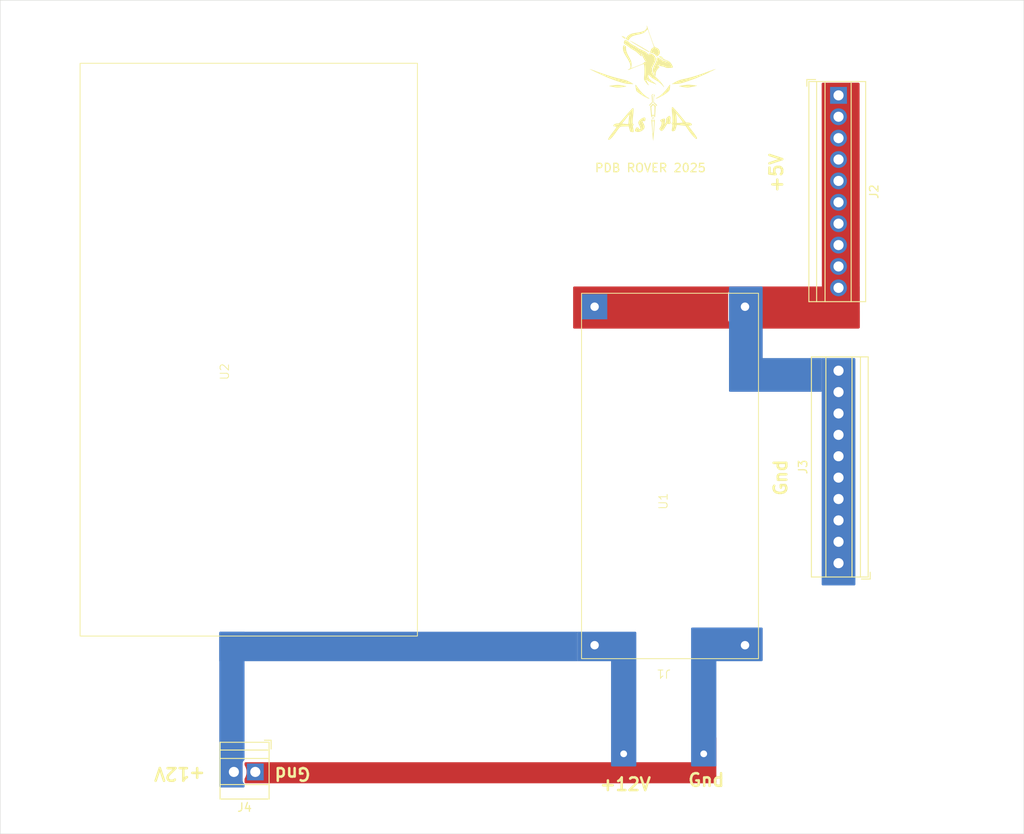
<source format=kicad_pcb>
(kicad_pcb (version 20240108) (generator "pcbnew") (generator_version "8.0")
  (layers (0 "F.Cu" signal) (31 "B.Cu" signal) (34 "B.Paste" user) (35 "F.Paste" user) (36 "B.SilkS" user "B.Silkscreen") (37 "F.SilkS" user "F.Silkscreen") (38 "B.Mask" user) (39 "F.Mask" user) (44 "Edge.Cuts" user))
  (net 0 "")
  (net 1 "Vin+")
  (net 2 "vin-")
  (net 3 "vout+")
  (net 4 "vout-")
  (footprint "LOGO" (layer "F.Cu") (at 153 64.5)
    (property "Reference" "G***" (hide yes))
    (property "Value" "LOGO" (hide yes))
    (fp_poly (pts (xy -3.698075 -6.242232) (xy -3.59547 -6.212795) (xy -3.510472 -6.182438) (xy -3.35091 -6.104812) (xy -3.284985 -6.028075) (xy -3.28283 -6.011347) (xy -3.30472 -5.930254) (xy -3.372727 -5.926459) (xy -3.490355 -6.000552) (xy -3.558397 -6.057681) (xy -3.661636 -6.153641) (xy -3.726625 -6.223266) (xy -3.738113 -6.242617)) (fill solid) (layer "F.SilkS"))
    (fp_poly (pts (xy 0.101781 3.440694) (xy 0.100083 3.536847) (xy 0.093156 3.551448) (xy 0.01491 3.629838) (xy -0.076592 3.634204) (xy -0.111824 3.610315) (xy -0.144209 3.522169) (xy -0.134847 3.489417) (xy -0.084057 3.489417) (xy -0.071887 3.546415) (xy -0.010812 3.592538) (xy 0.039558 3.564962) (xy 0.047924 3.525282) (xy 0.020859 3.445094) (xy 0.003311 3.428651) (xy -0.05351 3.431879) (xy -0.084057 3.489417) (xy -0.134847 3.489417) (xy -0.116792 3.426249) (xy -0.065813 3.38298) (xy 0.037703 3.3801)) (fill solid) (layer "F.SilkS"))
    (fp_poly (pts (xy -4.082847 -0.440906) (xy -3.885958 -0.417234) (xy -3.794795 -0.402942) (xy -3.512043 -0.355491) (xy -3.319977 -0.318484) (xy -3.214369 -0.288996) (xy -3.190994 -0.264104) (xy -3.245624 -0.240884) (xy -3.374033 -0.216411) (xy -3.498491 -0.197963) (xy -3.789887 -0.158281) (xy -4.011976 -0.133597) (xy -4.190129 -0.123986) (xy -4.34972 -0.129525) (xy -4.516121 -0.150286) (xy -4.714704 -0.186346) (xy -4.792453 -0.201782) (xy -4.991313 -0.243806) (xy -5.143989 -0.280257) (xy -5.233575 -0.306809) (xy -5.247736 -0.318287) (xy -5.182636 -0.331035) (xy -5.044875 -0.35307) (xy -4.856794 -0.380933) (xy -4.705361 -0.4023) (xy -4.454503 -0.433465) (xy -4.25968 -0.446325)) (fill solid) (layer "F.SilkS"))
    (fp_poly (pts (xy -2.057341 -0.442548) (xy -1.979777 -0.343714) (xy -1.87379 -0.199627) (xy -1.796975 -0.091416) (xy -1.535733 0.249015) (xy -1.255854 0.556403) (xy -0.975247 0.812903) (xy -0.711821 1.000669) (xy -0.686084 1.01556) (xy -0.52125 1.115593) (xy -0.440666 1.179481) (xy -0.439361 1.206106) (xy -0.512365 1.194353) (xy -0.654708 1.143104) (xy -0.856122 1.053755) (xy -1.035106 0.95933) (xy -1.246562 0.833048) (xy -1.467774 0.690161) (xy -1.676026 0.545922) (xy -1.848604 0.415583) (xy -1.96279 0.314397) (xy -1.971767 0.304626) (xy -2.006133 0.230979) (xy -2.041201 0.101238) (xy -2.072914 -0.0585) (xy -2.097219 -0.222138) (xy -2.110059 -0.36358) (xy -2.10738 -0.45673) (xy -2.093571 -0.479245)) (fill solid) (layer "F.SilkS"))
    (fp_poly (pts (xy -0.002855 0.651009) (xy 0 0.691889) (xy -0.020452 0.746885) (xy -0.044613 0.744877) (xy -0.106548 0.750137) (xy -0.117282 0.7627) (xy -0.11174 0.824965) (xy -0.096631 0.838196) (xy -0.073947 0.897105) (xy -0.056895 1.026881) (xy -0.048382 1.202583) (xy -0.047925 1.255878) (xy -0.047925 1.643457) (xy -0.260508 1.870725) (xy -0.384709 1.991686) (xy -0.4667 2.045854) (xy -0.496322 2.037457) (xy -0.477405 1.973302) (xy -0.404156 1.87182) (xy -0.328706 1.791196) (xy -0.13786 1.605472) (xy -0.154496 1.246038) (xy -0.165423 1.063039) (xy -0.17881 0.913785) (xy -0.191966 0.827551) (xy -0.193396 0.822844) (xy -0.174812 0.752) (xy -0.10783 0.685207) (xy -0.030125 0.638199)) (fill solid) (layer "F.SilkS"))
    (fp_poly (pts (xy 0.156163 0.702475) (xy 0.175603 0.746052) (xy 0.172475 0.840506) (xy 0.150137 0.875448) (xy 0.122716 0.948877) (xy 0.103362 1.090207) (xy 0.095852 1.271587) (xy 0.095849 1.275611) (xy 0.095849 1.621485) (xy 0.293939 1.78603) (xy 0.407799 1.887827) (xy 0.455964 1.957489) (xy 0.451342 2.017729) (xy 0.439169 2.041608) (xy 0.397353 2.093187) (xy 0.384853 2.065352) (xy 0.349915 1.997986) (xy 0.262057 1.898851) (xy 0.191358 1.833685) (xy 0.087598 1.736026) (xy 0.02708 1.661508) (xy 0.020111 1.635665) (xy 0.030226 1.576064) (xy 0.040466 1.443239) (xy 0.049328 1.259802) (xy 0.053315 1.136483) (xy 0.065764 0.888748) (xy 0.087258 0.733187) (xy 0.117492 0.670772)) (fill solid) (layer "F.SilkS"))
    (fp_poly (pts (xy 2.011009 -0.436762) (xy 2.012894 -0.328298) (xy 2.003436 -0.182331) (xy 1.985099 -0.027339) (xy 1.960347 0.108202) (xy 1.9381 0.18227) (xy 1.862773 0.285385) (xy 1.71893 0.418649) (xy 1.523939 0.569658) (xy 1.295169 0.726008) (xy 1.049988 0.875294) (xy 0.805765 1.005111) (xy 0.746723 1.033149) (xy 0.528297 1.130171) (xy 0.384958 1.183822) (xy 0.307793 1.196895) (xy 0.287547 1.176962) (xy 0.326461 1.145604) (xy 0.428542 1.083602) (xy 0.571799 1.004305) (xy 0.573657 1.003315) (xy 0.873487 0.805102) (xy 1.183507 0.529049) (xy 1.488667 0.189778) (xy 1.70248 -0.093349) (xy 1.819322 -0.257053) (xy 1.915626 -0.386298) (xy 1.978559 -0.464172) (xy 1.99532 -0.479245)) (fill solid) (layer "F.SilkS"))
    (fp_poly (pts (xy -2.713323 -5.674984) (xy -2.595409 -5.619307) (xy -2.421255 -5.529011) (xy -2.203797 -5.411507) (xy -1.955974 -5.274201) (xy -1.690723 -5.124502) (xy -1.420984 -4.969819) (xy -1.159694 -4.81756) (xy -0.91979 -4.675134) (xy -0.714212 -4.549949) (xy -0.555896 -4.449414) (xy -0.457781 -4.380937) (xy -0.431321 -4.354018) (xy -0.434894 -4.323348) (xy -0.460407 -4.321018) (xy -0.530051 -4.353003) (xy -0.63571 -4.409056) (xy -0.869922 -4.535245) (xy -1.038762 -4.628313) (xy -1.161932 -4.699296) (xy -1.246038 -4.750892) (xy -1.326418 -4.800055) (xy -1.472894 -4.88799) (xy -1.668958 -5.004851) (xy -1.898105 -5.14079) (xy -2.075818 -5.245844) (xy -2.30596 -5.383758) (xy -2.502217 -5.505341) (xy -2.651756 -5.602315) (xy -2.741743 -5.666398) (xy -2.762058 -5.688634)) (fill solid) (layer "F.SilkS"))
    (fp_poly (pts (xy 4.518411 -0.448093) (xy 4.617548 -0.437036) (xy 4.819872 -0.413782) (xy 4.987763 -0.395611) (xy 5.097379 -0.385048) (xy 5.124111 -0.383396) (xy 5.173749 -0.354957) (xy 5.175849 -0.343814) (xy 5.13179 -0.319738) (xy 5.012755 -0.285835) (xy 4.838455 -0.247149) (xy 4.686321 -0.218553) (xy 4.47751 -0.181719) (xy 4.302751 -0.150356) (xy 4.184419 -0.128511) (xy 4.14717 -0.121056) (xy 4.081773 -0.122461) (xy 3.943349 -0.135446) (xy 3.753709 -0.157719) (xy 3.582358 -0.180333) (xy 3.373838 -0.212277) (xy 3.205814 -0.24405) (xy 3.09764 -0.271597) (xy 3.06717 -0.288248) (xy 3.111536 -0.30943) (xy 3.232156 -0.339463) (xy 3.410311 -0.374258) (xy 3.614945 -0.407872) (xy 3.888654 -0.445489) (xy 4.105744 -0.464012) (xy 4.303302 -0.464521)) (fill solid) (layer "F.SilkS"))
    (fp_poly (pts (xy -7.503856 -2.325981) (xy -7.380277 -2.287248) (xy -7.197365 -2.224317) (xy -6.97017 -2.142331) (xy -6.773682 -2.069133) (xy -6.078128 -1.81623) (xy -5.402213 -1.589084) (xy -4.76344 -1.393147) (xy -4.179315 -1.233874) (xy -3.819093 -1.148601) (xy -3.50906 -1.076704) (xy -3.26653 -1.009415) (xy -3.064167 -0.937449) (xy -2.874638 -0.851519) (xy -2.745636 -0.783919) (xy -2.574053 -0.688408) (xy -2.439723 -0.609863) (xy -2.361109 -0.559281) (xy -2.348302 -0.547251) (xy -2.392895 -0.535552) (xy -2.514454 -0.53347) (xy -2.69465 -0.540334) (xy -2.915155 -0.55547) (xy -3.139057 -0.576249) (xy -3.329424 -0.609764) (xy -3.594727 -0.676589) (xy -3.921648 -0.772639) (xy -4.296871 -0.893832) (xy -4.707076 -1.036084) (xy -5.056038 -1.164016) (xy -5.203123 -1.22307) (xy -5.404232 -1.309277) (xy -5.646485 -1.416596) (xy -5.917 -1.538983) (xy -6.202898 -1.670398) (xy -6.491298 -1.804796) (xy -6.769319 -1.936137) (xy -7.024081 -2.058377) (xy -7.242703 -2.165474) (xy -7.412304 -2.251387) (xy -7.520005 -2.310072) (xy -7.553052 -2.335376)) (fill solid) (layer "F.SilkS"))
    (fp_poly (pts (xy -1.00369 3.427469) (xy -0.932178 3.485621) (xy -0.9113 3.609551) (xy -0.929915 3.773372) (xy -0.990301 3.857574) (xy -1.102264 3.8729) (xy -1.145433 3.866065) (xy -1.294152 3.836321) (xy -1.150284 4.121322) (xy -1.048808 4.356261) (xy -1.012931 4.541646) (xy -1.042145 4.697325) (xy -1.131935 4.838422) (xy -1.339182 5.0182) (xy -1.585163 5.124327) (xy -1.846633 5.149213) (xy -2.000849 5.122117) (xy -2.111159 5.074599) (xy -2.152916 5.000071) (xy -2.156604 4.946348) (xy -2.127985 4.832329) (xy -2.057285 4.714678) (xy -1.967243 4.620682) (xy -1.880595 4.577628) (xy -1.851983 4.580781) (xy -1.782785 4.633483) (xy -1.694964 4.731585) (xy -1.67901 4.752545) (xy -1.597502 4.838988) (xy -1.544771 4.848512) (xy -1.520764 4.795608) (xy -1.525426 4.694767) (xy -1.558703 4.560479) (xy -1.620541 4.407235) (xy -1.68072 4.296564) (xy -1.743292 4.16566) (xy -1.772709 4.048452) (xy -1.773029 4.039309) (xy -1.733644 3.912835) (xy -1.630172 3.771853) (xy -1.485208 3.634333) (xy -1.321348 3.518245) (xy -1.161189 3.44156) (xy -1.027326 3.422247)) (fill solid) (layer "F.SilkS"))
    (fp_poly (pts (xy 7.404265 -2.315432) (xy 7.300152 -2.259154) (xy 7.134556 -2.175488) (xy 6.920373 -2.070548) (xy 6.670499 -1.950452) (xy 6.39783 -1.821316) (xy 6.115263 -1.689256) (xy 5.835694 -1.56039) (xy 5.572018 -1.440833) (xy 5.337134 -1.336701) (xy 5.180426 -1.269373) (xy 5.008064 -1.200928) (xy 4.769703 -1.111942) (xy 4.490492 -1.011524) (xy 4.195582 -0.90878) (xy 4.02566 -0.85118) (xy 3.71868 -0.750167) (xy 3.478216 -0.676849) (xy 3.280789 -0.625932) (xy 3.102921 -0.592125) (xy 2.921132 -0.570136) (xy 2.711945 -0.554673) (xy 2.70956 -0.554529) (xy 2.501101 -0.543511) (xy 2.335928 -0.537778) (xy 2.232284 -0.537756) (xy 2.206353 -0.542712) (xy 2.25516 -0.573414) (xy 2.368146 -0.639603) (xy 2.525844 -0.729964) (xy 2.628423 -0.788032) (xy 2.991095 -0.964874) (xy 3.329313 -1.075725) (xy 3.367649 -1.084216) (xy 3.966264 -1.21896) (xy 4.559363 -1.373721) (xy 5.167897 -1.554828) (xy 5.812818 -1.76861) (xy 6.515076 -2.021396) (xy 6.703786 -2.092082) (xy 6.944588 -2.181095) (xy 7.154171 -2.255142) (xy 7.316066 -2.30867) (xy 7.413804 -2.336129) (xy 7.433997 -2.338203)) (fill solid) (layer "F.SilkS"))
    (fp_poly (pts (xy 0.137619 1.911392) (xy 0.2992 2.043835) (xy 0.26406 2.722508) (xy 0.228921 3.401181) (xy 0.106675 3.305022) (xy -0.015571 3.208864) (xy -0.121147 3.308047) (xy -0.226723 3.407231) (xy -0.255471 3.12937) (xy -0.27396 2.937919) (xy -0.294951 2.701586) (xy -0.313943 2.471083) (xy -0.314175 2.468114) (xy -0.331564 2.245558) (xy -0.214998 2.245558) (xy -0.21433 2.309767) (xy -0.200623 2.436007) (xy -0.183399 2.619824) (xy -0.166204 2.823206) (xy -0.164908 2.839529) (xy -0.145912 3.014393) (xy -0.121827 3.144986) (xy -0.097184 3.208311) (xy -0.09176 3.210944) (xy -0.052851 3.172066) (xy -0.047925 3.139057) (xy -0.022047 3.075281) (xy 0 3.06717) (xy 0.042517 3.105987) (xy 0.047924 3.139057) (xy 0.073802 3.202833) (xy 0.095849 3.210944) (xy 0.118469 3.165622) (xy 0.136118 3.039959) (xy 0.147027 2.849411) (xy 0.149301 2.74368) (xy 0.1524 2.535002) (xy 0.156186 2.358088) (xy 0.160066 2.237916) (xy 0.162078 2.204529) (xy 0.13981 2.115162) (xy 0.078303 2.021962) (xy 0.007663 1.967489) (xy -0.007428 1.964906) (xy -0.100654 2.007237) (xy -0.176532 2.111936) (xy -0.214998 2.245558) (xy -0.331564 2.245558) (xy -0.344131 2.084717) (xy -0.184047 1.931833) (xy -0.023963 1.778949)) (fill solid) (layer "F.SilkS"))
    (fp_poly (pts (xy -0.135046 3.710078) (xy -0.031501 3.772751) (xy 0.038343 3.773714) (xy 0.114042 3.713069) (xy 0.116388 3.710728) (xy 0.170123 3.666962) (xy 0.189476 3.697403) (xy 0.191698 3.76713) (xy 0.188134 3.90069) (xy 0.178251 4.098632) (xy 0.163265 4.345284) (xy 0.144389 4.624977) (xy 0.122837 4.922039) (xy 0.099825 5.220799) (xy 0.076567 5.505588) (xy 0.054277 5.760734) (xy 0.03417 5.970566) (xy 0.01746 6.119414) (xy 0.005361 6.191606) (xy 0.0035 6.195583) (xy -0.009219 6.160395) (xy -0.02669 6.041865) (xy -0.047653 5.852314) (xy -0.070843 5.604059) (xy -0.094999 5.30942) (xy -0.114394 5.045394) (xy -0.138281 4.712071) (xy -0.161365 4.405759) (xy -0.182462 4.140971) (xy -0.198911 3.949405) (xy -0.093998 3.949405) (xy -0.092998 4.071177) (xy -0.081613 4.267112) (xy -0.078661 4.311917) (xy -0.064765 4.553254) (xy -0.054172 4.797169) (xy -0.04861 5.001593) (xy -0.048173 5.053642) (xy -0.044036 5.226535) (xy -0.033225 5.312137) (xy -0.017569 5.318626) (xy 0.001103 5.254183) (xy 0.020964 5.126986) (xy 0.040184 4.945216) (xy 0.056934 4.717052) (xy 0.0658 4.543825) (xy 0.077051 4.271359) (xy 0.082606 4.080393) (xy 0.080984 3.956669) (xy 0.070707 3.885931) (xy 0.050292 3.853922) (xy 0.01826 3.846385) (xy -0.006491 3.847629) (xy -0.053565 3.855774) (xy -0.081794 3.883652) (xy -0.093998 3.949405) (xy -0.198911 3.949405) (xy -0.200387 3.932216) (xy -0.213957 3.794005) (xy -0.220426 3.746022) (xy -0.230949 3.670026) (xy -0.201348 3.666536)) (fill solid) (layer "F.SilkS"))
    (fp_poly (pts (xy 2.01879 3.297192) (xy 2.064547 3.42456) (xy 2.06036 3.569476) (xy 2.051193 3.601169) (xy 2.027384 3.748309) (xy 2.039304 3.870752) (xy 2.076219 4.01756) (xy 2.078951 4.101098) (xy 2.042271 4.149466) (xy 1.981483 4.181519) (xy 1.861489 4.211819) (xy 1.774576 4.181411) (xy 1.727968 4.164134) (xy 1.68095 4.184207) (xy 1.621044 4.254755) (xy 1.535775 4.388905) (xy 1.468201 4.503745) (xy 1.298843 4.768782) (xy 1.1519 4.941944) (xy 1.026381 5.024303) (xy 0.980143 5.032076) (xy 0.914253 4.999917) (xy 0.823491 4.921365) (xy 0.812693 4.910111) (xy 0.73715 4.804933) (xy 0.741465 4.729425) (xy 0.744434 4.725135) (xy 0.862779 4.55521) (xy 0.933662 4.423107) (xy 0.97261 4.294406) (xy 0.990058 4.18065) (xy 1.002814 4.036127) (xy 0.991627 3.95842) (xy 0.948806 3.919883) (xy 0.913905 3.906909) (xy 0.830112 3.853745) (xy 0.827162 3.782727) (xy 0.894527 3.704949) (xy 1.02168 3.631508) (xy 1.19809 3.573499) (xy 1.238663 3.564664) (xy 1.344692 3.554773) (xy 1.395084 3.594295) (xy 1.412952 3.648715) (xy 1.42087 3.764084) (xy 1.408359 3.92222) (xy 1.397479 3.989717) (xy 1.375058 4.121354) (xy 1.366004 4.203559) (xy 1.368127 4.217359) (xy 1.399063 4.180686) (xy 1.458399 4.089747) (xy 1.475528 4.061604) (xy 1.546742 3.868569) (xy 1.545935 3.724892) (xy 1.540435 3.607354) (xy 1.571683 3.51775) (xy 1.656149 3.419084) (xy 1.701582 3.375329) (xy 1.813301 3.282379) (xy 1.902976 3.229549) (xy 1.934612 3.224599)) (fill solid) (layer "F.SilkS"))
    (fp_poly (pts (xy 0.976907 -3.805597) (xy 1.090798 -3.708024) (xy 1.137152 -3.636593) (xy 1.24468 -3.51885) (xy 1.425136 -3.429455) (xy 1.589746 -3.369472) (xy 1.73959 -3.31412) (xy 1.787113 -3.296285) (xy 1.8992 -3.228996) (xy 2.026197 -3.118223) (xy 2.075373 -3.065096) (xy 2.173984 -2.9303) (xy 2.258658 -2.780624) (xy 2.317755 -2.641704) (xy 2.339634 -2.539176) (xy 2.329583 -2.505306) (xy 2.271615 -2.489162) (xy 2.143809 -2.471825) (xy 1.97207 -2.456688) (xy 1.944185 -2.454821) (xy 1.744339 -2.446669) (xy 1.606713 -2.456507) (xy 1.498579 -2.489207) (xy 1.413432 -2.533851) (xy 1.265908 -2.600329) (xy 1.121769 -2.634593) (xy 1.097209 -2.635849) (xy 0.963505 -2.657091) (xy 0.80372 -2.710163) (xy 0.755475 -2.731698) (xy 0.610842 -2.799052) (xy 0.544426 -2.819883) (xy 0.549437 -2.791944) (xy 0.619084 -2.71299) (xy 0.638211 -2.692927) (xy 0.767184 -2.558308) (xy 0.618826 -2.417361) (xy 0.428016 -2.18523) (xy 0.318278 -1.934549) (xy 0.295567 -1.694789) (xy 0.298158 -1.548695) (xy 0.273797 -1.493662) (xy 0.220135 -1.528116) (xy 0.163043 -1.605907) (xy 0.055736 -1.815214) (xy -0.019423 -2.049685) (xy -0.045821 -2.241342) (xy -0.022711 -2.365133) (xy 0.044816 -2.55397) (xy 0.150597 -2.791482) (xy 0.196543 -2.885126) (xy 0.308837 -3.116847) (xy 0.379038 -3.284664) (xy 0.413506 -3.407372) (xy 0.418604 -3.503767) (xy 0.415216 -3.531237) (xy 0.40521 -3.639193) (xy 0.434966 -3.682643) (xy 0.5086 -3.690188) (xy 0.662786 -3.659393) (xy 0.830186 -3.582473) (xy 0.96441 -3.482623) (xy 0.994493 -3.447224) (xy 1.082115 -3.377634) (xy 1.209136 -3.328922) (xy 1.210154 -3.328701) (xy 1.355134 -3.284339) (xy 1.519762 -3.216391) (xy 1.557145 -3.198213) (xy 1.668639 -3.146561) (xy 1.705658 -3.143823) (xy 1.687348 -3.174944) (xy 1.600851 -3.242981) (xy 1.476317 -3.305627) (xy 1.47209 -3.307255) (xy 1.22778 -3.405879) (xy 1.074137 -3.481366) (xy 1.009081 -3.534775) (xy 1.006415 -3.544754) (xy 0.969253 -3.593513) (xy 0.876066 -3.66579) (xy 0.833442 -3.693425) (xy 0.730138 -3.763981) (xy 0.701813 -3.808424) (xy 0.737754 -3.843579) (xy 0.737818 -3.843614) (xy 0.848226 -3.856507)) (fill solid) (layer "F.SilkS"))
    (fp_poly (pts (xy -0.766966 -7.468102) (xy -0.710279 -7.408837) (xy -0.667117 -7.295603) (xy -0.663972 -7.280592) (xy -0.635386 -7.171125) (xy -0.581166 -6.996535) (xy -0.509272 -6.781469) (xy -0.433134 -6.56566) (xy -0.344536 -6.320236) (xy -0.257666 -6.078316) (xy -0.183456 -5.870418) (xy -0.139027 -5.744758) (xy -0.034901 -5.451031) (xy 0.045868 -5.235411) (xy 0.110249 -5.085084) (xy 0.165213 -4.987235) (xy 0.21773 -4.929046) (xy 0.274772 -4.897703) (xy 0.329654 -4.883077) (xy 0.522866 -4.802534) (xy 0.673231 -4.662047) (xy 0.769285 -4.483983) (xy 0.799564 -4.290709) (xy 0.752605 -4.104591) (xy 0.740212 -4.082059) (xy 0.638932 -3.956519) (xy 0.524764 -3.864126) (xy 0.436696 -3.818037) (xy 0.381071 -3.824446) (xy 0.323968 -3.895512) (xy 0.291213 -3.947841) (xy 0.158097 -4.098205) (xy -0.030894 -4.195221) (xy -0.20956 -4.237959) (xy -0.311736 -4.258814) (xy -0.358694 -4.275156) (xy -0.35174 -4.324569) (xy -0.321553 -4.436222) (xy -0.292908 -4.528868) (xy -0.22905 -4.688143) (xy -0.151522 -4.783671) (xy -0.058353 -4.837712) (xy 0.040337 -4.895577) (xy 0.081816 -4.949418) (xy 0.080857 -4.957523) (xy 0.060383 -5.015803) (xy 0.013117 -5.150858) (xy -0.056143 -5.348969) (xy -0.142604 -5.596416) (xy -0.241468 -5.87948) (xy -0.288623 -6.014528) (xy -0.390867 -6.306623) (xy -0.48246 -6.566865) (xy -0.558739 -6.782122) (xy -0.615042 -6.939266) (xy -0.646708 -7.025165) (xy -0.651749 -7.037186) (xy -0.687051 -7.013745) (xy -0.766363 -6.936329) (xy -0.846935 -6.849791) (xy -1.003959 -6.700271) (xy -1.181411 -6.587311) (xy -1.401335 -6.500918) (xy -1.685779 -6.4311) (xy -1.829694 -6.404331) (xy -2.189638 -6.322811) (xy -2.46764 -6.214652) (xy -2.675466 -6.073346) (xy -2.824885 -5.892387) (xy -2.856366 -5.836606) (xy -2.924002 -5.706608) (xy -3.090502 -5.804846) (xy -3.19461 -5.872082) (xy -3.228804 -5.925535) (xy -3.207294 -5.997354) (xy -3.190327 -6.030693) (xy -3.023771 -6.259548) (xy -2.78984 -6.432453) (xy -2.482907 -6.552563) (xy -2.144332 -6.617547) (xy -1.736581 -6.676773) (xy -1.41549 -6.743209) (xy -1.171982 -6.819384) (xy -0.996983 -6.907828) (xy -0.93594 -6.954246) (xy -0.802843 -7.105246) (xy -0.740381 -7.254094) (xy -0.754781 -7.382704) (xy -0.77671 -7.416717) (xy -0.813743 -7.47125) (xy -0.780697 -7.472439)) (fill solid) (layer "F.SilkS"))
    (fp_poly (pts (xy 2.289427 2.181385) (xy 2.349723 2.22128) (xy 2.440467 2.305072) (xy 2.567127 2.438606) (xy 2.735169 2.627729) (xy 2.950061 2.878286) (xy 3.217272 3.196122) (xy 3.318475 3.317502) (xy 3.905849 4.023116) (xy 4.148416 4.024388) (xy 4.328344 4.046647) (xy 4.468864 4.102241) (xy 4.561723 4.177494) (xy 4.59867 4.258729) (xy 4.571453 4.332271) (xy 4.471819 4.384443) (xy 4.374888 4.399724) (xy 4.173811 4.414354) (xy 4.572192 4.926894) (xy 4.811581 5.240257) (xy 4.991089 5.488069) (xy 5.114558 5.676382) (xy 5.18583 5.811245) (xy 5.208745 5.898709) (xy 5.204731 5.923139) (xy 5.167259 5.976876) (xy 5.10778 5.977043) (xy 5.015247 5.917789) (xy 4.878613 5.793266) (xy 4.788269 5.70262) (xy 4.64408 5.541602) (xy 4.472814 5.329603) (xy 4.298211 5.096911) (xy 4.173847 4.918842) (xy 3.841181 4.423011) (xy 3.329097 4.365389) (xy 3.11987 4.343228) (xy 2.949877 4.327842) (xy 2.839076 4.32087) (xy 2.806452 4.322469) (xy 2.789878 4.372669) (xy 2.756405 4.49051) (xy 2.713165 4.650847) (xy 2.711648 4.656595) (xy 2.659986 4.83286) (xy 2.610575 4.939826) (xy 2.548322 5.002462) (xy 2.482187 5.036172) (xy 2.333112 5.069938) (xy 2.264288 5.050478) (xy 2.223689 5.023487) (xy 2.202302 4.991629) (xy 2.199556 4.933208) (xy 2.214879 4.826526) (xy 2.247697 4.649889) (xy 2.252984 4.621899) (xy 2.282369 4.448897) (xy 2.288352 4.341482) (xy 2.269399 4.271921) (xy 2.230762 4.219869) (xy 2.176616 4.150054) (xy 2.19044 4.109975) (xy 2.23119 4.084532) (xy 2.274827 4.041777) (xy 2.29863 3.960509) (xy 2.306714 3.819005) (xy 2.305637 3.691537) (xy 2.294572 3.455185) (xy 2.27324 3.199567) (xy 2.252462 3.025968) (xy 2.242249 2.938557) (xy 2.700562 2.938557) (xy 2.703042 2.987612) (xy 2.722778 3.097417) (xy 2.734098 3.149956) (xy 2.758021 3.300553) (xy 2.777549 3.50315) (xy 2.788456 3.713902) (xy 2.788459 3.714006) (xy 2.797883 4.078058) (xy 3.088324 4.068655) (xy 3.259283 4.058722) (xy 3.400474 4.042776) (xy 3.465054 4.028984) (xy 3.491543 4.006808) (xy 3.486322 3.960944) (xy 3.442773 3.880151) (xy 3.354272 3.753187) (xy 3.2142 3.568812) (xy 3.131653 3.462936) (xy 2.981106 3.272465) (xy 2.852854 3.113461) (xy 2.757672 2.999029) (xy 2.706334 2.942275) (xy 2.700562 2.938557) (xy 2.242249 2.938557) (xy 2.222101 2.766102) (xy 2.208298 2.533025) (xy 2.211018 2.344939) (xy 2.230225 2.220042) (xy 2.254111 2.179541)) (fill solid) (layer "F.SilkS"))
    (fp_poly (pts (xy -2.362624 2.322537) (xy -2.331776 2.395641) (xy -2.320767 2.529627) (xy -2.329074 2.734433) (xy -2.356176 3.019999) (xy -2.369792 3.139057) (xy -2.408402 3.483412) (xy -2.432225 3.744923) (xy -2.441168 3.935463) (xy -2.435135 4.066906) (xy -2.414033 4.151124) (xy -2.377768 4.199991) (xy -2.361281 4.211048) (xy -2.305875 4.253586) (xy -2.321576 4.304842) (xy -2.354826 4.345222) (xy -2.395351 4.405999) (xy -2.407817 4.481519) (xy -2.393313 4.600862) (xy -2.368886 4.720566) (xy -2.324282 4.93382) (xy -2.305139 5.069389) (xy -2.316023 5.143132) (xy -2.361499 5.170909) (xy -2.446134 5.16858) (xy -2.496034 5.162227) (xy -2.624711 5.139886) (xy -2.707392 5.11611) (xy -2.71801 5.109664) (xy -2.743454 5.053044) (xy -2.784085 4.930975) (xy -2.827635 4.782144) (xy -2.91094 4.480944) (xy -3.408394 4.493604) (xy -3.585439 4.496458) (xy -3.71873 4.501283) (xy -3.821991 4.518011) (xy -3.908947 4.556573) (xy -3.993322 4.6269) (xy -4.088842 4.738923) (xy -4.20923 4.902573) (xy -4.368211 5.127781) (xy -4.455719 5.251459) (xy -4.706563 5.588853) (xy -4.918082 5.839532) (xy -5.090157 6.00339) (xy -5.222672 6.080324) (xy -5.31551 6.070231) (xy -5.342919 6.039569) (xy -5.33345 5.9694) (xy -5.26371 5.833684) (xy -5.13747 5.638188) (xy -4.9585 5.388681) (xy -4.730571 5.090928) (xy -4.684178 5.032076) (xy -4.546976 4.853847) (xy -4.437485 4.70217) (xy -4.366554 4.592772) (xy -4.345031 4.541376) (xy -4.345289 4.540849) (xy -4.403118 4.51647) (xy -4.515422 4.505028) (xy -4.528868 4.504906) (xy -4.669935 4.487178) (xy -4.727992 4.42996) (xy -4.714914 4.339723) (xy -4.633604 4.243955) (xy -4.489612 4.169256) (xy -4.385303 4.145472) (xy -3.687226 4.145472) (xy -3.413142 4.173359) (xy -3.243138 4.190284) (xy -3.099437 4.203947) (xy -3.038455 4.209302) (xy -2.990736 4.206119) (xy -2.958749 4.175639) (xy -2.937118 4.100253) (xy -2.920466 3.962349) (xy -2.905571 3.774057) (xy -2.888264 3.559334) (xy -2.869671 3.365245) (xy -2.852884 3.222948) (xy -2.847273 3.186982) (xy -2.821257 3.043208) (xy -2.932232 3.185983) (xy -3.008684 3.283792) (xy -3.126233 3.433542) (xy -3.266584 3.611944) (xy -3.365217 3.737115) (xy -3.687226 4.145472) (xy -4.385303 4.145472) (xy -4.315842 4.129634) (xy -4.217623 4.128002) (xy -4.160165 4.130644) (xy -4.108442 4.123898) (xy -4.053653 4.099461) (xy -3.986994 4.049028) (xy -3.899665 3.964295) (xy -3.782861 3.836958) (xy -3.627781 3.658712) (xy -3.425623 3.421254) (xy -3.255994 3.220803) (xy -3.040622 2.969036) (xy -2.843046 2.743535) (xy -2.672304 2.554181) (xy -2.537436 2.410852) (xy -2.447481 2.323427) (xy -2.413833 2.300378)) (fill solid) (layer "F.SilkS"))
    (fp_poly (pts (xy -3.194257 -5.743789) (xy -3.159545 -5.726195) (xy -3.027873 -5.643937) (xy -2.873782 -5.526983) (xy -2.793015 -5.457294) (xy -2.636815 -5.334814) (xy -2.440819 -5.208293) (xy -2.291545 -5.12739) (xy -2.1181 -5.034963) (xy -1.963384 -4.938104) (xy -1.870794 -4.866316) (xy -1.769988 -4.795766) (xy -1.608196 -4.709751) (xy -1.415187 -4.623628) (xy -1.351472 -4.598469) (xy -1.042233 -4.463732) (xy -0.816939 -4.324758) (xy -0.663779 -4.173051) (xy -0.591916 -4.051998) (xy -0.525593 -3.905849) (xy -0.538363 -4.049622) (xy -0.540669 -4.141016) (xy -0.50851 -4.179162) (xy -0.416344 -4.182423) (xy -0.359434 -4.178269) (xy -0.105874 -4.11848) (xy 0.092275 -3.981157) (xy 0.229734 -3.784941) (xy 0.290125 -3.643322) (xy 0.313368 -3.509067) (xy 0.296006 -3.362409) (xy 0.234583 -3.183584) (xy 0.125643 -2.952827) (xy 0.063167 -2.832407) (xy -0.03793 -2.635994) (xy -0.099608 -2.496544) (xy -0.129335 -2.387419) (xy -0.13458 -2.281986) (xy -0.124106 -2.164527) (xy -0.104714 -2.022262) (xy -0.077556 -1.902974) (xy -0.033404 -1.793523) (xy 0.036967 -1.680769) (xy 0.142786 -1.551575) (xy 0.29328 -1.392799) (xy 0.497676 -1.191304) (xy 0.688296 -1.007698) (xy 0.834197 -0.855639) (xy 0.977536 -0.685629) (xy 1.106295 -0.514798) (xy 1.208454 -0.360276) (xy 1.271994 -0.239192) (xy 1.284896 -0.168678) (xy 1.281085 -0.162846) (xy 1.245224 -0.184768) (xy 1.183469 -0.267599) (xy 1.15991 -0.305795) (xy 1.036909 -0.461514) (xy 0.846661 -0.63831) (xy 0.610078 -0.819648) (xy 0.348074 -0.98899) (xy 0.175962 -1.083819) (xy -0.022688 -1.200171) (xy -0.220106 -1.33983) (xy -0.363189 -1.46293) (xy -0.575095 -1.674836) (xy -0.575095 -1.490862) (xy -0.561284 -1.361046) (xy -0.512085 -1.243005) (xy -0.415846 -1.122664) (xy -0.260914 -0.985946) (xy -0.035638 -0.818775) (xy 0.00482 -0.790287) (xy 0.165491 -0.673408) (xy 0.287838 -0.576106) (xy 0.356359 -0.511213) (xy 0.364654 -0.492453) (xy 0.311153 -0.495473) (xy 0.270894 -0.521103) (xy 0.194962 -0.562687) (xy 0.055614 -0.621692) (xy -0.119238 -0.686447) (xy -0.148768 -0.696604) (xy -0.349717 -0.776297) (xy -0.540486 -0.870964) (xy -0.680497 -0.960418) (xy -0.682849 -0.962295) (xy -0.864162 -1.108002) (xy -0.783209 -0.901454) (xy -0.712959 -0.746487) (xy -0.636147 -0.611112) (xy -0.614713 -0.580612) (xy -0.551088 -0.475024) (xy -0.52717 -0.394801) (xy -0.552277 -0.391419) (xy -0.618234 -0.449205) (xy -0.710999 -0.550757) (xy -0.816528 -0.67867) (xy -0.920778 -0.815541) (xy -1.009706 -0.943965) (xy -1.069269 -1.046539) (xy -1.084343 -1.085307) (xy -1.095413 -1.209215) (xy -1.085451 -1.367285) (xy -1.07986 -1.404687) (xy -1.054162 -1.608852) (xy -1.03875 -1.845246) (xy -1.033025 -2.095707) (xy -1.036384 -2.342072) (xy -1.048226 -2.566177) (xy -1.067949 -2.749862) (xy -1.094952 -2.874962) (xy -1.128634 -2.923315) (xy -1.130156 -2.923396) (xy -1.190813 -2.906266) (xy -1.321742 -2.859691) (xy -1.504657 -2.790892) (xy -1.721272 -2.707088) (xy -1.9533 -2.615502) (xy -2.182455 -2.523353) (xy -2.390451 -2.437864) (xy -2.559002 -2.366253) (xy -2.669821 -2.315743) (xy -2.672954 -2.314184) (xy -2.822368 -2.244962) (xy -2.913265 -2.220787) (xy -2.969035 -2.23692) (xy -2.984463 -2.251082) (xy -3.016149 -2.295993) (xy -2.969434 -2.288658) (xy -2.964442 -2.28693) (xy -2.869724 -2.298549) (xy -2.777076 -2.378098) (xy -2.708006 -2.499647) (xy -2.683774 -2.625282) (xy -2.723138 -2.879303) (xy -2.841496 -3.184127) (xy -3.039241 -3.540708) (xy -3.103869 -3.642264) (xy -3.232773 -3.847109) (xy -3.354629 -4.052891) (xy -3.450508 -4.227164) (xy -3.481346 -4.289245) (xy -3.554997 -4.503275) (xy -3.590922 -4.73109) (xy -3.586442 -4.939042) (xy -3.544579 -5.083431) (xy -3.503798 -5.142427) (xy -3.451016 -5.147603) (xy -3.350998 -5.102037) (xy -3.348195 -5.100589) (xy -3.255502 -5.042703) (xy -3.218207 -4.974179) (xy -3.218893 -4.856942) (xy -3.222009 -4.824742) (xy -3.21246 -4.599808) (xy -3.139656 -4.333136) (xy -3.000759 -4.016351) (xy -2.860025 -3.755651) (xy -2.753746 -3.557246) (xy -2.661315 -3.361365) (xy -2.598577 -3.202304) (xy -2.587791 -3.166426) (xy -2.559488 -2.957647) (xy -2.566249 -2.719949) (xy -2.605614 -2.506771) (xy -2.620104 -2.463982) (xy -2.59249 -2.447586) (xy -2.484766 -2.472286) (xy -2.302704 -2.536617) (xy -2.244833 -2.559284) (xy -2.006288 -2.653239) (xy -1.746976 -2.753873) (xy -1.51847 -2.84119) (xy -1.49439 -2.850266) (xy -1.294142 -2.933682) (xy -1.170612 -3.00727) (xy -1.106877 -3.081667) (xy -1.099466 -3.098493) (xy -1.054928 -3.178433) (xy -0.993261 -3.179741) (xy -0.958944 -3.163261) (xy -0.881678 -3.14167) (xy -0.866705 -3.176547) (xy -0.920233 -3.246633) (xy -0.931704 -3.256523) (xy -0.980401 -3.322005) (xy -1.057282 -3.45349) (xy -1.150517 -3.629883) (xy -1.220762 -3.772075) (xy -1.312707 -3.956591) (xy -1.3909 -4.100518) (xy -1.445884 -4.187239) (xy -1.466743 -4.204326) (xy -1.464255 -4.149145) (xy -1.424505 -4.047077) (xy -1.414397 -4.026865) (xy -1.356208 -3.89419) (xy -1.357621 -3.83644) (xy -1.418668 -3.853624) (xy -1.53938 -3.94575) (xy -1.719789 -4.112829) (xy -1.727621 -4.12046) (xy -1.947995 -4.319064) (xy -2.158886 -4.4791) (xy -2.33474 -4.581453) (xy -2.516646 -4.67873) (xy -2.695107 -4.798148) (xy -2.766061 -4.855607) (xy -2.922851 -4.980847) (xy -3.104091 -5.105843) (xy -3.170934 -5.146629) (xy -3.308826 -5.232906) (xy -3.416159 -5.311554) (xy -3.451851 -5.345133) (xy -3.486363 -5.455454) (xy -3.456168 -5.600629) (xy -3.389268 -5.72063) (xy -3.340713 -5.775735) (xy -3.287453 -5.78317)) (fill solid) (layer "F.SilkS"))
  )
  (footprint "CustomBoost:stps_boost" (layer "F.Cu") (at 107.8596 119.0458 90)
    (property "Reference" "U2" (at 20.9296 -5.7192 90) (layer "F.SilkS") (effects (font (thickness 0.1))))
    (property "Value" "~")
    (fp_rect (start -10.4648 -22.8768) (end 57.5564 17.1576) (stroke (width 0.1)) (fill none) (layer "F.SilkS"))
    (pad "" np_thru_hole circle (at -5.7192 -15.5576 90) (size 3.2 3.2) (drill 3.2) (layers "F&B.Cu" "*.Mask"))
    (pad "" np_thru_hole circle (at -5.7192 11.4384 90) (size 3.2 3.2) (drill 3.2) (layers "F&B.Cu" "*.Mask"))
    (pad "" np_thru_hole circle (at 52.324 -15.5576 90) (size 3.2 3.2) (drill 3.2) (layers "F&B.Cu" "*.Mask"))
    (pad "" np_thru_hole circle (at 52.324 11.4384 90) (size 3.2 3.2) (drill 3.2) (layers "F&B.Cu" "*.Mask"))
  )
  (footprint "TerminalBlock:TerminalBlock_Xinya_XY308-2.54-2P_1x02_P2.54mm_Horizontal" (layer "F.Cu") (at 105.775 145.65 180)
    (property "Reference" "J4" (at 1.27 -4.22 360) (layer "F.SilkS"))
    (property "Value" "Screw_Terminal_01x02")
    (fp_line (start 4.18 -3.22) (end 4.18 3.52) (stroke (width 0.12)) (layer "F.SilkS"))
    (fp_line (start -1.64 3.52) (end 4.18 3.52) (stroke (width 0.12)) (layer "F.SilkS"))
    (fp_line (start -1.64 2.6) (end 4.18 2.6) (stroke (width 0.12)) (layer "F.SilkS"))
    (fp_line (start -1.64 1.6) (end 4.18 1.6) (stroke (width 0.12)) (layer "F.SilkS"))
    (fp_line (start -1.64 -1.501) (end 4.18 -1.501) (stroke (width 0.12)) (layer "F.SilkS"))
    (fp_line (start -1.64 -3.22) (end 4.18 -3.22) (stroke (width 0.12)) (layer "F.SilkS"))
    (fp_line (start -1.64 -3.22) (end -1.64 3.52) (stroke (width 0.12)) (layer "F.SilkS"))
    (fp_line (start -1.88 3.76) (end -1.08 3.76) (stroke (width 0.12)) (layer "F.SilkS"))
    (fp_line (start -1.88 2.72) (end -1.88 3.76) (stroke (width 0.12)) (layer "F.SilkS"))
    (pad "1" thru_hole rect (at 0 0 180) (size 2 2) (drill 1.2) (layers "*.Cu" "*.Mask") (net 2 "vin-"))
    (pad "2" thru_hole circle (at 2.54 0 180) (size 2 2) (drill 1.2) (layers "*.Cu" "*.Mask") (net 1 "Vin+"))
  )
  (footprint "LM2596_buck:LM2596-dev_board" (layer "F.Cu") (at 163.9 130.6 90)
    (property "Reference" "U1" (at 17.1 -9.7 90) (layer "F.SilkS") (effects (font (thickness 0.1))))
    (property "Value" "~")
    (fp_rect (start -1.6 -19.4) (end 41.8 1.6) (stroke (width 0.1)) (fill none) (layer "F.SilkS"))
    (pad "1" thru_hole rect (at 0 0 90) (size 3 3) (drill 1) (layers "*.Cu" "*.Mask") (net 2 "vin-"))
    (pad "2" thru_hole rect (at 0 -17.85 90) (size 3 3) (drill 1) (layers "*.Cu" "*.Mask") (net 1 "Vin+"))
    (pad "3" thru_hole rect (at 40.2 0 90) (size 3 3) (drill 1) (layers "*.Cu" "*.Mask") (net 4 "vout-"))
    (pad "4" thru_hole rect (at 40.2 -17.85 90) (size 3 3) (drill 1) (layers "*.Cu" "*.Mask") (net 3 "vout+"))
  )
  (footprint "custom_terminal:Barrier pins" (layer "F.Cu") (at 154.25 143.5 180)
    (property "Reference" "J1" (at 0 9.5 180) (layer "F.SilkS") (effects (font (thickness 0.1))))
    (property "Value" "Screw_Terminal_01x02")
    (pad "1" thru_hole circle (at -4.75 0 180) (size 1.5 1.5) (drill 0.8) (layers "*.Cu" "B.Mask") (net 2 "vin-"))
    (pad "2" thru_hole circle (at 4.75 0 180) (size 1.5 1.5) (drill 0.8) (layers "*.Cu" "B.Mask" "Dwgs.User") (net 1 "Vin+"))
  )
  (footprint "TerminalBlock:TerminalBlock_Xinya_XY308-2.54-10P_1x10_P2.54mm_Horizontal" (layer "F.Cu") (at 175 65.3 -90)
    (property "Reference" "J2" (at 11.43 -4.22 90) (layer "F.SilkS"))
    (property "Value" "Screw_Terminal_01x10")
    (fp_line (start -1.88 3.76) (end -1.08 3.76) (stroke (width 0.12)) (layer "F.SilkS"))
    (fp_line (start -1.64 3.52) (end 24.5 3.52) (stroke (width 0.12)) (layer "F.SilkS"))
    (fp_line (start -1.88 2.72) (end -1.88 3.76) (stroke (width 0.12)) (layer "F.SilkS"))
    (fp_line (start -1.64 2.6) (end 24.5 2.6) (stroke (width 0.12)) (layer "F.SilkS"))
    (fp_line (start -1.64 1.6) (end 24.5 1.6) (stroke (width 0.12)) (layer "F.SilkS"))
    (fp_line (start -1.64 -1.501) (end 24.5 -1.501) (stroke (width 0.12)) (layer "F.SilkS"))
    (fp_line (start -1.64 -3.22) (end -1.64 3.52) (stroke (width 0.12)) (layer "F.SilkS"))
    (fp_line (start -1.64 -3.22) (end 24.5 -3.22) (stroke (width 0.12)) (layer "F.SilkS"))
    (fp_line (start 24.5 -3.22) (end 24.5 3.52) (stroke (width 0.12)) (layer "F.SilkS"))
    (pad "1" thru_hole rect (at 0 0 270) (size 2 2) (drill 1.2) (layers "*.Cu" "*.Mask") (net 3 "vout+"))
    (pad "2" thru_hole circle (at 2.54 0 270) (size 2 2) (drill 1.2) (layers "*.Cu" "*.Mask") (net 3 "vout+"))
    (pad "3" thru_hole circle (at 5.08 0 270) (size 2 2) (drill 1.2) (layers "*.Cu" "*.Mask") (net 3 "vout+"))
    (pad "4" thru_hole circle (at 7.62 0 270) (size 2 2) (drill 1.2) (layers "*.Cu" "*.Mask") (net 3 "vout+"))
    (pad "5" thru_hole circle (at 10.16 0 270) (size 2 2) (drill 1.2) (layers "*.Cu" "*.Mask") (net 3 "vout+"))
    (pad "6" thru_hole circle (at 12.7 0 270) (size 2 2) (drill 1.2) (layers "*.Cu" "*.Mask") (net 3 "vout+"))
    (pad "7" thru_hole circle (at 15.24 0 270) (size 2 2) (drill 1.2) (layers "*.Cu" "*.Mask") (net 3 "vout+"))
    (pad "8" thru_hole circle (at 17.78 0 270) (size 2 2) (drill 1.2) (layers "*.Cu" "*.Mask") (net 3 "vout+"))
    (pad "9" thru_hole circle (at 20.32 0 270) (size 2 2) (drill 1.2) (layers "*.Cu" "*.Mask") (net 3 "vout+"))
    (pad "10" thru_hole circle (at 22.86 0 270) (size 2 2) (drill 1.2) (layers "*.Cu" "*.Mask") (net 3 "vout+"))
  )
  (footprint "TerminalBlock:TerminalBlock_Xinya_XY308-2.54-10P_1x10_P2.54mm_Horizontal" (layer "F.Cu") (at 175 120.86 90)
    (property "Reference" "J3" (at 11.43 -4.22 90) (layer "F.SilkS"))
    (property "Value" "Screw_Terminal_01x10")
    (fp_line (start 24.5 -3.22) (end 24.5 3.52) (stroke (width 0.12)) (layer "F.SilkS"))
    (fp_line (start -1.64 -3.22) (end 24.5 -3.22) (stroke (width 0.12)) (layer "F.SilkS"))
    (fp_line (start -1.64 -3.22) (end -1.64 3.52) (stroke (width 0.12)) (layer "F.SilkS"))
    (fp_line (start -1.64 -1.501) (end 24.5 -1.501) (stroke (width 0.12)) (layer "F.SilkS"))
    (fp_line (start -1.64 1.6) (end 24.5 1.6) (stroke (width 0.12)) (layer "F.SilkS"))
    (fp_line (start -1.64 2.6) (end 24.5 2.6) (stroke (width 0.12)) (layer "F.SilkS"))
    (fp_line (start -1.88 2.72) (end -1.88 3.76) (stroke (width 0.12)) (layer "F.SilkS"))
    (fp_line (start -1.64 3.52) (end 24.5 3.52) (stroke (width 0.12)) (layer "F.SilkS"))
    (fp_line (start -1.88 3.76) (end -1.08 3.76) (stroke (width 0.12)) (layer "F.SilkS"))
    (pad "1" thru_hole rect (at 0 0 90) (size 2 2) (drill 1.2) (layers "*.Cu" "*.Mask") (net 4 "vout-"))
    (pad "2" thru_hole circle (at 2.54 0 90) (size 2 2) (drill 1.2) (layers "*.Cu" "*.Mask") (net 4 "vout-"))
    (pad "3" thru_hole circle (at 5.08 0 90) (size 2 2) (drill 1.2) (layers "*.Cu" "*.Mask") (net 4 "vout-"))
    (pad "4" thru_hole circle (at 7.62 0 90) (size 2 2) (drill 1.2) (layers "*.Cu" "*.Mask") (net 4 "vout-"))
    (pad "5" thru_hole circle (at 10.16 0 90) (size 2 2) (drill 1.2) (layers "*.Cu" "*.Mask") (net 4 "vout-"))
    (pad "6" thru_hole circle (at 12.7 0 90) (size 2 2) (drill 1.2) (layers "*.Cu" "*.Mask") (net 4 "vout-"))
    (pad "7" thru_hole circle (at 15.24 0 90) (size 2 2) (drill 1.2) (layers "*.Cu" "*.Mask") (net 4 "vout-"))
    (pad "8" thru_hole circle (at 17.78 0 90) (size 2 2) (drill 1.2) (layers "*.Cu" "*.Mask") (net 4 "vout-"))
    (pad "9" thru_hole circle (at 20.32 0 90) (size 2 2) (drill 1.2) (layers "*.Cu" "*.Mask") (net 4 "vout-"))
    (pad "10" thru_hole circle (at 22.86 0 90) (size 2 2) (drill 1.2) (layers "*.Cu" "*.Mask") (net 4 "vout-"))
  )
  (gr_rect (start 75.5 54) (end 197 153) (stroke (width 0.05)) (fill none) (layer "Edge.Cuts"))
  (gr_text "Gnd\n" (at 157 147.5 0) (layer "F.SilkS") (effects (font (size 1.5 1.5) (thickness 0.3) (bold yes)) (justify left bottom)))
  (gr_text "+12V\n" (at 146.5 148 0) (layer "F.SilkS") (effects (font (size 1.5 1.5) (thickness 0.3) (bold yes)) (justify left bottom)))
  (gr_text "Gnd\n" (at 112.5 145 180) (layer "F.SilkS") (effects (font (size 1.5 1.5) (thickness 0.3) (bold yes)) (justify left bottom)))
  (gr_text "Gnd" (at 169 113 90) (layer "F.SilkS") (effects (font (size 1.5 1.5) (thickness 0.3) (bold yes)) (justify left bottom)))
  (gr_text "+5V\n" (at 168.5 77 90) (layer "F.SilkS") (effects (font (size 1.5 1.5) (thickness 0.3) (bold yes)) (justify left bottom)))
  (gr_text "+12V\n" (at 100 145 180) (layer "F.SilkS") (effects (font (size 1.5 1.5) (thickness 0.3) (bold yes)) (justify left bottom)))
  (gr_text "PDB ROVER 2025\n" (at 146 74.5 0) (layer "F.SilkS") (effects (font (size 1 1)) (justify left bottom)))
  (zone (net 2) (net_name "vin-") (layer "F.Cu") (priority 7) (connect_pads yes (clearance 0.5)) (min_thickness 0.25) (fill yes (thermal_gap 0.5) (thermal_bridge_width 0.5))
    (polygon (pts (xy 158 144.5) (xy 158 141.5) (xy 160.5 141.5) (xy 160.5 144.5)))
  )
  (zone (net 3) (net_name "vout+") (layer "F.Cu") (connect_pads yes (clearance 0.5)) (min_thickness 0.25) (fill yes (thermal_gap 0.5) (thermal_bridge_width 0.5))
    (polygon (pts (xy 143.5 93) (xy 143.5 88) (xy 177.5 88) (xy 177.5 93)))
  )
  (zone (net 2) (net_name "vin-") (layer "F.Cu") (priority 6) (connect_pads yes (clearance 0.5)) (min_thickness 0.25) (fill yes (thermal_gap 0.5) (thermal_bridge_width 0.5))
    (polygon (pts (xy 104.5 144.5) (xy 104.5 147) (xy 160.5 147) (xy 160.5 144.5)))
  )
  (zone (net 3) (net_name "vout+") (layer "F.Cu") (connect_pads yes (clearance 0.5)) (min_thickness 0.25) (fill yes (thermal_gap 0.5) (thermal_bridge_width 0.5))
    (polygon (pts (xy 173 63.8) (xy 177.5 63.8) (xy 177.525163 92.918905) (xy 173.025163 92.918905)))
  )
  (zone (net 1) (net_name "Vin+") (layer "B.Cu") (priority 5) (connect_pads yes (clearance 0.5)) (min_thickness 0.25) (fill yes (thermal_gap 0.5) (thermal_bridge_width 0.5))
    (polygon (pts (xy 101.5 147.5) (xy 104.5 147.5) (xy 104.5 129) (xy 101.5 129)))
  )
  (zone (net 2) (net_name "vin-") (layer "B.Cu") (priority 3) (connect_pads yes (clearance 0.5)) (min_thickness 0.25) (fill yes (thermal_gap 0.5) (thermal_bridge_width 0.5))
    (polygon (pts (xy 157.5 145) (xy 160.5 145) (xy 160.5 132.5) (xy 166 132.5) (xy 166 128.5) (xy 157.5 128.5)))
  )
  (zone (net 4) (net_name "vout-") (layer "B.Cu") (priority 1) (connect_pads yes (clearance 0.5)) (min_thickness 0.25) (fill yes (thermal_gap 0.5) (thermal_bridge_width 0.5))
    (polygon (pts (xy 162 88) (xy 162 100.5) (xy 166 100.5) (xy 166 88)))
  )
  (zone (net 4) (net_name "vout-") (layer "B.Cu") (priority 1) (connect_pads (clearance 0.5)) (min_thickness 0.25) (fill yes (thermal_gap 0.5) (thermal_bridge_width 0.5))
    (polygon (pts (xy 162 100.5) (xy 177 100.5) (xy 177 96.5) (xy 162 96.5)))
  )
  (zone (net 1) (net_name "Vin+") (layer "B.Cu") (priority 4) (connect_pads yes (clearance 0.5)) (min_thickness 0.25) (fill yes (thermal_gap 0.5) (thermal_bridge_width 0.5))
    (polygon (pts (xy 144 129) (xy 151 129) (xy 151 145) (xy 148 145) (xy 148 132.5) (xy 144 132.5)))
  )
  (zone (net 4) (net_name "vout-") (layer "B.Cu") (priority 2) (connect_pads yes (clearance 0.5)) (min_thickness 0.25) (fill yes (thermal_gap 0.5) (thermal_bridge_width 0.5))
    (polygon (pts (xy 173 96.5) (xy 173 123.5) (xy 177 123.5) (xy 177 96.5)))
  )
  (zone (net 1) (net_name "Vin+") (layer "B.Cu") (priority 5) (connect_pads (clearance 0.5)) (min_thickness 0.25) (fill yes (thermal_gap 0.5) (thermal_bridge_width 0.5))
    (polygon (pts (xy 144 132.5) (xy 144 129) (xy 101.5 129) (xy 101.5 132.5)))
  )
)
</source>
